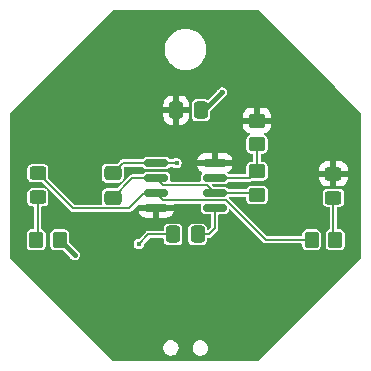
<source format=gbr>
%TF.GenerationSoftware,KiCad,Pcbnew,(6.0.2)*%
%TF.CreationDate,2022-04-03T14:16:10+02:00*%
%TF.ProjectId,Blinky,426c696e-6b79-42e6-9b69-6361645f7063,rev?*%
%TF.SameCoordinates,Original*%
%TF.FileFunction,Copper,L1,Top*%
%TF.FilePolarity,Positive*%
%FSLAX46Y46*%
G04 Gerber Fmt 4.6, Leading zero omitted, Abs format (unit mm)*
G04 Created by KiCad (PCBNEW (6.0.2)) date 2022-04-03 14:16:10*
%MOMM*%
%LPD*%
G01*
G04 APERTURE LIST*
G04 Aperture macros list*
%AMRoundRect*
0 Rectangle with rounded corners*
0 $1 Rounding radius*
0 $2 $3 $4 $5 $6 $7 $8 $9 X,Y pos of 4 corners*
0 Add a 4 corners polygon primitive as box body*
4,1,4,$2,$3,$4,$5,$6,$7,$8,$9,$2,$3,0*
0 Add four circle primitives for the rounded corners*
1,1,$1+$1,$2,$3*
1,1,$1+$1,$4,$5*
1,1,$1+$1,$6,$7*
1,1,$1+$1,$8,$9*
0 Add four rect primitives between the rounded corners*
20,1,$1+$1,$2,$3,$4,$5,0*
20,1,$1+$1,$4,$5,$6,$7,0*
20,1,$1+$1,$6,$7,$8,$9,0*
20,1,$1+$1,$8,$9,$2,$3,0*%
G04 Aperture macros list end*
%TA.AperFunction,SMDPad,CuDef*%
%ADD10RoundRect,0.250000X0.350000X0.450000X-0.350000X0.450000X-0.350000X-0.450000X0.350000X-0.450000X0*%
%TD*%
%TA.AperFunction,SMDPad,CuDef*%
%ADD11RoundRect,0.250000X0.475000X-0.337500X0.475000X0.337500X-0.475000X0.337500X-0.475000X-0.337500X0*%
%TD*%
%TA.AperFunction,SMDPad,CuDef*%
%ADD12RoundRect,0.250000X0.337500X0.475000X-0.337500X0.475000X-0.337500X-0.475000X0.337500X-0.475000X0*%
%TD*%
%TA.AperFunction,SMDPad,CuDef*%
%ADD13RoundRect,0.250000X-0.450000X0.350000X-0.450000X-0.350000X0.450000X-0.350000X0.450000X0.350000X0*%
%TD*%
%TA.AperFunction,SMDPad,CuDef*%
%ADD14RoundRect,0.250000X-0.350000X-0.450000X0.350000X-0.450000X0.350000X0.450000X-0.350000X0.450000X0*%
%TD*%
%TA.AperFunction,SMDPad,CuDef*%
%ADD15RoundRect,0.250000X-0.337500X-0.475000X0.337500X-0.475000X0.337500X0.475000X-0.337500X0.475000X0*%
%TD*%
%TA.AperFunction,SMDPad,CuDef*%
%ADD16RoundRect,0.250000X0.450000X-0.325000X0.450000X0.325000X-0.450000X0.325000X-0.450000X-0.325000X0*%
%TD*%
%TA.AperFunction,SMDPad,CuDef*%
%ADD17RoundRect,0.150000X-0.825000X-0.150000X0.825000X-0.150000X0.825000X0.150000X-0.825000X0.150000X0*%
%TD*%
%TA.AperFunction,ViaPad*%
%ADD18C,0.400000*%
%TD*%
%TA.AperFunction,Conductor*%
%ADD19C,0.200000*%
%TD*%
%TA.AperFunction,Conductor*%
%ADD20C,0.400000*%
%TD*%
G04 APERTURE END LIST*
D10*
%TO.P,R3,1*%
%TO.N,Net-(D1-Pad1)*%
X205710000Y-58290000D03*
%TO.P,R3,2*%
%TO.N,Net-(D2-Pad2)*%
X203710000Y-58290000D03*
%TD*%
D11*
%TO.P,C1,1*%
%TO.N,Net-(C1-Pad1)*%
X186870000Y-54732500D03*
%TO.P,C1,2*%
%TO.N,GND*%
X186870000Y-52657500D03*
%TD*%
D12*
%TO.P,C3,1*%
%TO.N,Net-(C3-Pad1)*%
X194057500Y-57840000D03*
%TO.P,C3,2*%
%TO.N,GND*%
X191982500Y-57840000D03*
%TD*%
D13*
%TO.P,R1,1*%
%TO.N,/VCC*%
X199090000Y-48200000D03*
%TO.P,R1,2*%
%TO.N,Net-(R1-Pad2)*%
X199090000Y-50200000D03*
%TD*%
D14*
%TO.P,R4,1*%
%TO.N,Net-(D2-Pad1)*%
X180390000Y-58290000D03*
%TO.P,R4,2*%
%TO.N,GND*%
X182390000Y-58290000D03*
%TD*%
D15*
%TO.P,C2,1*%
%TO.N,/VCC*%
X192262500Y-47320000D03*
%TO.P,C2,2*%
%TO.N,GND*%
X194337500Y-47320000D03*
%TD*%
D16*
%TO.P,D2,1,K*%
%TO.N,Net-(D2-Pad1)*%
X180535000Y-54697500D03*
%TO.P,D2,2,A*%
%TO.N,Net-(D2-Pad2)*%
X180535000Y-52647500D03*
%TD*%
D17*
%TO.P,U1,1,GND*%
%TO.N,GND*%
X190575000Y-51790000D03*
%TO.P,U1,2,TR*%
%TO.N,Net-(C1-Pad1)*%
X190575000Y-53060000D03*
%TO.P,U1,3,OUT*%
%TO.N,Net-(D2-Pad2)*%
X190575000Y-54330000D03*
%TO.P,U1,4,RESET*%
%TO.N,/VCC*%
X190575000Y-55600000D03*
%TO.P,U1,5,CNT*%
%TO.N,Net-(C3-Pad1)*%
X195525000Y-55600000D03*
%TO.P,U1,6,THR*%
%TO.N,Net-(C1-Pad1)*%
X195525000Y-54330000D03*
%TO.P,U1,7,DIS*%
%TO.N,Net-(R1-Pad2)*%
X195525000Y-53060000D03*
%TO.P,U1,8,Vdd*%
%TO.N,/VCC*%
X195525000Y-51790000D03*
%TD*%
D13*
%TO.P,R2,1*%
%TO.N,Net-(R1-Pad2)*%
X199090000Y-52500000D03*
%TO.P,R2,2*%
%TO.N,Net-(C1-Pad1)*%
X199090000Y-54500000D03*
%TD*%
D16*
%TO.P,D1,1,K*%
%TO.N,Net-(D1-Pad1)*%
X205565000Y-54742500D03*
%TO.P,D1,2,A*%
%TO.N,/VCC*%
X205565000Y-52692500D03*
%TD*%
D18*
%TO.N,GND*%
X189080000Y-58650000D03*
X192280000Y-51810000D03*
X183670000Y-59570000D03*
X196140000Y-45820000D03*
%TO.N,/VCC*%
X188440000Y-63340000D03*
%TD*%
D19*
%TO.N,GND*%
X191982500Y-57840000D02*
X189890000Y-57840000D01*
D20*
X194337500Y-47320000D02*
X194640000Y-47320000D01*
D19*
X192260000Y-51790000D02*
X192280000Y-51810000D01*
D20*
X194640000Y-47320000D02*
X196140000Y-45820000D01*
X182390000Y-58290000D02*
X183670000Y-59570000D01*
D19*
X187737500Y-51790000D02*
X190575000Y-51790000D01*
X189890000Y-57840000D02*
X189080000Y-58650000D01*
X190575000Y-51790000D02*
X192260000Y-51790000D01*
X186870000Y-52657500D02*
X187737500Y-51790000D01*
%TO.N,Net-(C1-Pad1)*%
X190575000Y-53060000D02*
X188542500Y-53060000D01*
X198920000Y-54330000D02*
X199090000Y-54500000D01*
X190575000Y-53060000D02*
X191174520Y-53659520D01*
X194854520Y-53659520D02*
X195525000Y-54330000D01*
X188542500Y-53060000D02*
X186870000Y-54732500D01*
X191174520Y-53659520D02*
X194854520Y-53659520D01*
X195525000Y-54330000D02*
X198920000Y-54330000D01*
%TO.N,Net-(C3-Pad1)*%
X195525000Y-57315000D02*
X195525000Y-55600000D01*
X194057500Y-57840000D02*
X195000000Y-57840000D01*
X195000000Y-57840000D02*
X195525000Y-57315000D01*
%TO.N,Net-(D1-Pad1)*%
X205565000Y-54742500D02*
X205565000Y-58145000D01*
X205565000Y-58145000D02*
X205710000Y-58290000D01*
%TO.N,Net-(D2-Pad1)*%
X180535000Y-58145000D02*
X180535000Y-54697500D01*
X180390000Y-58290000D02*
X180535000Y-58145000D01*
%TO.N,Net-(D2-Pad2)*%
X203710000Y-58290000D02*
X199825717Y-58290000D01*
X196465717Y-54930000D02*
X191175000Y-54930000D01*
X183507020Y-55619520D02*
X188270480Y-55619520D01*
X188270480Y-55619520D02*
X189560000Y-54330000D01*
X189560000Y-54330000D02*
X190575000Y-54330000D01*
X199825717Y-58290000D02*
X196465717Y-54930000D01*
X191175000Y-54930000D02*
X190575000Y-54330000D01*
X180535000Y-52647500D02*
X183507020Y-55619520D01*
%TO.N,Net-(R1-Pad2)*%
X199090000Y-50200000D02*
X199090000Y-52500000D01*
X198530000Y-53060000D02*
X195525000Y-53060000D01*
X199090000Y-52500000D02*
X198530000Y-53060000D01*
%TD*%
%TA.AperFunction,Conductor*%
%TO.N,/VCC*%
G36*
X199263836Y-38854993D02*
G01*
X199268757Y-38859512D01*
X205805830Y-45418972D01*
X207895665Y-47515964D01*
X207917325Y-47562621D01*
X207917600Y-47569047D01*
X207917600Y-59810725D01*
X207900007Y-59859063D01*
X207895574Y-59863899D01*
X199228900Y-68530574D01*
X199182280Y-68552314D01*
X199175726Y-68552600D01*
X186924275Y-68552600D01*
X186875937Y-68535007D01*
X186871101Y-68530574D01*
X185743757Y-67403230D01*
X191145624Y-67403230D01*
X191155944Y-67567260D01*
X191157405Y-67571756D01*
X191205271Y-67719076D01*
X191205273Y-67719079D01*
X191206732Y-67723571D01*
X191294798Y-67862340D01*
X191414607Y-67974848D01*
X191418756Y-67977129D01*
X191554484Y-68051747D01*
X191554487Y-68051748D01*
X191558632Y-68054027D01*
X191563217Y-68055204D01*
X191563219Y-68055205D01*
X191638227Y-68074463D01*
X191717823Y-68094900D01*
X191840925Y-68094900D01*
X191850250Y-68093722D01*
X191958366Y-68080064D01*
X191958368Y-68080063D01*
X191963058Y-68079471D01*
X191967454Y-68077731D01*
X191967456Y-68077730D01*
X192111472Y-68020710D01*
X192111474Y-68020709D01*
X192115871Y-68018968D01*
X192248837Y-67922363D01*
X192353600Y-67795726D01*
X192423579Y-67647013D01*
X192454376Y-67485570D01*
X192449196Y-67403230D01*
X193645624Y-67403230D01*
X193655944Y-67567260D01*
X193657405Y-67571756D01*
X193705271Y-67719076D01*
X193705273Y-67719079D01*
X193706732Y-67723571D01*
X193794798Y-67862340D01*
X193914607Y-67974848D01*
X193918756Y-67977129D01*
X194054484Y-68051747D01*
X194054487Y-68051748D01*
X194058632Y-68054027D01*
X194063217Y-68055204D01*
X194063219Y-68055205D01*
X194138227Y-68074463D01*
X194217823Y-68094900D01*
X194340925Y-68094900D01*
X194350250Y-68093722D01*
X194458366Y-68080064D01*
X194458368Y-68080063D01*
X194463058Y-68079471D01*
X194467454Y-68077731D01*
X194467456Y-68077730D01*
X194611472Y-68020710D01*
X194611474Y-68020709D01*
X194615871Y-68018968D01*
X194748837Y-67922363D01*
X194853600Y-67795726D01*
X194923579Y-67647013D01*
X194954376Y-67485570D01*
X194944056Y-67321540D01*
X194930147Y-67278732D01*
X194894729Y-67169724D01*
X194894727Y-67169721D01*
X194893268Y-67165229D01*
X194805202Y-67026460D01*
X194685393Y-66913952D01*
X194681244Y-66911671D01*
X194545516Y-66837053D01*
X194545513Y-66837052D01*
X194541368Y-66834773D01*
X194536783Y-66833596D01*
X194536781Y-66833595D01*
X194439960Y-66808736D01*
X194382177Y-66793900D01*
X194259075Y-66793900D01*
X194256724Y-66794197D01*
X194141634Y-66808736D01*
X194141632Y-66808737D01*
X194136942Y-66809329D01*
X194132546Y-66811069D01*
X194132544Y-66811070D01*
X193988528Y-66868090D01*
X193988526Y-66868091D01*
X193984129Y-66869832D01*
X193851163Y-66966437D01*
X193746400Y-67093074D01*
X193676421Y-67241787D01*
X193645624Y-67403230D01*
X192449196Y-67403230D01*
X192444056Y-67321540D01*
X192430147Y-67278732D01*
X192394729Y-67169724D01*
X192394727Y-67169721D01*
X192393268Y-67165229D01*
X192305202Y-67026460D01*
X192185393Y-66913952D01*
X192181244Y-66911671D01*
X192045516Y-66837053D01*
X192045513Y-66837052D01*
X192041368Y-66834773D01*
X192036783Y-66833596D01*
X192036781Y-66833595D01*
X191939960Y-66808736D01*
X191882177Y-66793900D01*
X191759075Y-66793900D01*
X191756724Y-66794197D01*
X191641634Y-66808736D01*
X191641632Y-66808737D01*
X191636942Y-66809329D01*
X191632546Y-66811069D01*
X191632544Y-66811070D01*
X191488528Y-66868090D01*
X191488526Y-66868091D01*
X191484129Y-66869832D01*
X191351163Y-66966437D01*
X191246400Y-67093074D01*
X191176421Y-67241787D01*
X191145624Y-67403230D01*
X185743757Y-67403230D01*
X178204426Y-59863900D01*
X178182686Y-59817280D01*
X178182400Y-59810726D01*
X178182400Y-58793834D01*
X179589500Y-58793834D01*
X179592481Y-58825369D01*
X179637366Y-58953184D01*
X179717850Y-59062150D01*
X179826816Y-59142634D01*
X179954631Y-59187519D01*
X179959194Y-59187950D01*
X179959197Y-59187951D01*
X179984406Y-59190334D01*
X179984414Y-59190334D01*
X179986166Y-59190500D01*
X180793834Y-59190500D01*
X180795586Y-59190334D01*
X180795594Y-59190334D01*
X180820803Y-59187951D01*
X180820806Y-59187950D01*
X180825369Y-59187519D01*
X180953184Y-59142634D01*
X181062150Y-59062150D01*
X181142634Y-58953184D01*
X181187519Y-58825369D01*
X181190500Y-58793834D01*
X181589500Y-58793834D01*
X181592481Y-58825369D01*
X181637366Y-58953184D01*
X181717850Y-59062150D01*
X181826816Y-59142634D01*
X181954631Y-59187519D01*
X181959194Y-59187950D01*
X181959197Y-59187951D01*
X181984406Y-59190334D01*
X181984414Y-59190334D01*
X181986166Y-59190500D01*
X182692959Y-59190500D01*
X182741297Y-59208093D01*
X182746133Y-59212526D01*
X183255153Y-59721545D01*
X183270811Y-59744433D01*
X183296385Y-59802555D01*
X183376673Y-59898068D01*
X183381132Y-59901036D01*
X183381133Y-59901037D01*
X183448432Y-59945835D01*
X183480541Y-59967209D01*
X183485653Y-59968806D01*
X183485655Y-59968807D01*
X183533927Y-59983888D01*
X183599640Y-60004418D01*
X183662017Y-60005561D01*
X183719038Y-60006606D01*
X183719039Y-60006606D01*
X183724394Y-60006704D01*
X183844776Y-59973885D01*
X183951108Y-59908597D01*
X183954700Y-59904629D01*
X183954702Y-59904627D01*
X183995944Y-59859063D01*
X184034842Y-59816089D01*
X184089246Y-59703799D01*
X184109948Y-59580752D01*
X184110079Y-59570000D01*
X184102624Y-59517941D01*
X184093150Y-59451787D01*
X184093149Y-59451783D01*
X184092390Y-59446484D01*
X184040746Y-59332898D01*
X183959297Y-59238373D01*
X183854592Y-59170506D01*
X183847544Y-59168398D01*
X183845231Y-59167018D01*
X183844597Y-59166725D01*
X183844628Y-59166658D01*
X183815918Y-59149526D01*
X183311017Y-58644624D01*
X188639954Y-58644624D01*
X188640648Y-58649932D01*
X188640648Y-58649934D01*
X188642710Y-58665700D01*
X188656132Y-58768346D01*
X188706385Y-58882555D01*
X188709830Y-58886653D01*
X188709831Y-58886655D01*
X188761295Y-58947878D01*
X188786673Y-58978068D01*
X188890541Y-59047209D01*
X188895653Y-59048806D01*
X188895655Y-59048807D01*
X188923903Y-59057632D01*
X189009640Y-59084418D01*
X189072017Y-59085561D01*
X189129038Y-59086606D01*
X189129039Y-59086606D01*
X189134394Y-59086704D01*
X189254776Y-59053885D01*
X189361108Y-58988597D01*
X189364700Y-58984629D01*
X189364702Y-58984627D01*
X189399874Y-58945769D01*
X189444842Y-58896089D01*
X189499246Y-58783799D01*
X189519948Y-58660752D01*
X189519963Y-58659559D01*
X189541524Y-58613447D01*
X189992445Y-58162526D01*
X190039065Y-58140786D01*
X190045619Y-58140500D01*
X191119300Y-58140500D01*
X191167638Y-58158093D01*
X191193358Y-58202642D01*
X191194500Y-58215700D01*
X191194500Y-58368834D01*
X191197481Y-58400369D01*
X191242366Y-58528184D01*
X191322850Y-58637150D01*
X191431816Y-58717634D01*
X191559631Y-58762519D01*
X191564194Y-58762950D01*
X191564197Y-58762951D01*
X191589406Y-58765334D01*
X191589414Y-58765334D01*
X191591166Y-58765500D01*
X192373834Y-58765500D01*
X192375586Y-58765334D01*
X192375594Y-58765334D01*
X192400803Y-58762951D01*
X192400806Y-58762950D01*
X192405369Y-58762519D01*
X192533184Y-58717634D01*
X192642150Y-58637150D01*
X192722634Y-58528184D01*
X192767519Y-58400369D01*
X192770500Y-58368834D01*
X192770500Y-57311166D01*
X192770334Y-57309406D01*
X192767951Y-57284197D01*
X192767950Y-57284194D01*
X192767519Y-57279631D01*
X192722634Y-57151816D01*
X192642150Y-57042850D01*
X192533184Y-56962366D01*
X192405369Y-56917481D01*
X192400806Y-56917050D01*
X192400803Y-56917049D01*
X192375594Y-56914666D01*
X192375586Y-56914666D01*
X192373834Y-56914500D01*
X191591166Y-56914500D01*
X191589414Y-56914666D01*
X191589406Y-56914666D01*
X191564197Y-56917049D01*
X191564194Y-56917050D01*
X191559631Y-56917481D01*
X191431816Y-56962366D01*
X191322850Y-57042850D01*
X191242366Y-57151816D01*
X191197481Y-57279631D01*
X191197050Y-57284194D01*
X191197049Y-57284197D01*
X191194666Y-57309406D01*
X191194500Y-57311166D01*
X191194500Y-57464300D01*
X191176907Y-57512638D01*
X191132358Y-57538358D01*
X191119300Y-57539500D01*
X189944516Y-57539500D01*
X189939109Y-57539103D01*
X189934658Y-57537575D01*
X189884786Y-57539447D01*
X189881965Y-57539500D01*
X189862052Y-57539500D01*
X189858656Y-57540132D01*
X189855309Y-57540441D01*
X189851225Y-57540706D01*
X189829730Y-57541513D01*
X189829727Y-57541514D01*
X189822792Y-57541774D01*
X189809779Y-57547365D01*
X189793868Y-57552198D01*
X189779947Y-57554791D01*
X189774036Y-57558435D01*
X189774035Y-57558435D01*
X189755784Y-57569684D01*
X189746012Y-57574760D01*
X189724823Y-57583864D01*
X189724819Y-57583867D01*
X189719937Y-57585964D01*
X189715051Y-57589978D01*
X189708721Y-57596308D01*
X189695007Y-57607149D01*
X189690563Y-57609888D01*
X189690562Y-57609889D01*
X189684652Y-57613532D01*
X189666002Y-57638058D01*
X189659324Y-57645705D01*
X189112823Y-58192206D01*
X189066203Y-58213946D01*
X189059191Y-58214231D01*
X189020274Y-58213993D01*
X188900302Y-58248281D01*
X188794776Y-58314863D01*
X188791231Y-58318876D01*
X188791232Y-58318876D01*
X188715725Y-58404371D01*
X188715723Y-58404374D01*
X188712179Y-58408387D01*
X188686100Y-58463933D01*
X188665324Y-58508184D01*
X188659150Y-58521333D01*
X188639954Y-58644624D01*
X183311017Y-58644624D01*
X183212526Y-58546133D01*
X183190786Y-58499513D01*
X183190500Y-58492959D01*
X183190500Y-57786166D01*
X183187519Y-57754631D01*
X183142634Y-57626816D01*
X183062150Y-57517850D01*
X182953184Y-57437366D01*
X182825369Y-57392481D01*
X182820806Y-57392050D01*
X182820803Y-57392049D01*
X182795594Y-57389666D01*
X182795586Y-57389666D01*
X182793834Y-57389500D01*
X181986166Y-57389500D01*
X181984414Y-57389666D01*
X181984406Y-57389666D01*
X181959197Y-57392049D01*
X181959194Y-57392050D01*
X181954631Y-57392481D01*
X181826816Y-57437366D01*
X181717850Y-57517850D01*
X181637366Y-57626816D01*
X181592481Y-57754631D01*
X181589500Y-57786166D01*
X181589500Y-58793834D01*
X181190500Y-58793834D01*
X181190500Y-57786166D01*
X181187519Y-57754631D01*
X181142634Y-57626816D01*
X181062150Y-57517850D01*
X180953184Y-57437366D01*
X180909953Y-57422185D01*
X180885784Y-57413697D01*
X180846006Y-57381082D01*
X180835500Y-57342745D01*
X180835500Y-55548200D01*
X180853093Y-55499862D01*
X180897642Y-55474142D01*
X180910700Y-55473000D01*
X181038834Y-55473000D01*
X181040586Y-55472834D01*
X181040594Y-55472834D01*
X181065803Y-55470451D01*
X181065806Y-55470450D01*
X181070369Y-55470019D01*
X181198184Y-55425134D01*
X181307150Y-55344650D01*
X181387634Y-55235684D01*
X181432519Y-55107869D01*
X181435500Y-55076334D01*
X181435500Y-54318666D01*
X181432519Y-54287131D01*
X181387634Y-54159316D01*
X181323500Y-54072486D01*
X181314837Y-54043146D01*
X181297911Y-54041665D01*
X181285014Y-54034000D01*
X181284158Y-54033368D01*
X181198184Y-53969866D01*
X181070369Y-53924981D01*
X181065806Y-53924550D01*
X181065803Y-53924549D01*
X181040594Y-53922166D01*
X181040586Y-53922166D01*
X181038834Y-53922000D01*
X180031166Y-53922000D01*
X180029414Y-53922166D01*
X180029406Y-53922166D01*
X180004197Y-53924549D01*
X180004194Y-53924550D01*
X179999631Y-53924981D01*
X179871816Y-53969866D01*
X179762850Y-54050350D01*
X179682366Y-54159316D01*
X179637481Y-54287131D01*
X179634500Y-54318666D01*
X179634500Y-55076334D01*
X179637481Y-55107869D01*
X179682366Y-55235684D01*
X179762850Y-55344650D01*
X179871816Y-55425134D01*
X179999631Y-55470019D01*
X180004194Y-55470450D01*
X180004197Y-55470451D01*
X180029406Y-55472834D01*
X180029414Y-55472834D01*
X180031166Y-55473000D01*
X180159300Y-55473000D01*
X180207638Y-55490593D01*
X180233358Y-55535142D01*
X180234500Y-55548200D01*
X180234500Y-57314300D01*
X180216907Y-57362638D01*
X180172358Y-57388358D01*
X180159300Y-57389500D01*
X179986166Y-57389500D01*
X179984414Y-57389666D01*
X179984406Y-57389666D01*
X179959197Y-57392049D01*
X179959194Y-57392050D01*
X179954631Y-57392481D01*
X179826816Y-57437366D01*
X179717850Y-57517850D01*
X179637366Y-57626816D01*
X179592481Y-57754631D01*
X179589500Y-57786166D01*
X179589500Y-58793834D01*
X178182400Y-58793834D01*
X178182400Y-53026334D01*
X179634500Y-53026334D01*
X179637481Y-53057869D01*
X179682366Y-53185684D01*
X179762850Y-53294650D01*
X179871816Y-53375134D01*
X179999631Y-53420019D01*
X180004194Y-53420450D01*
X180004197Y-53420451D01*
X180029406Y-53422834D01*
X180029414Y-53422834D01*
X180031166Y-53423000D01*
X180854381Y-53423000D01*
X180902719Y-53440593D01*
X180907555Y-53445026D01*
X181382866Y-53920337D01*
X181400998Y-53959219D01*
X181425549Y-53965136D01*
X181437163Y-53974634D01*
X183255982Y-55793453D01*
X183259528Y-55797561D01*
X183261595Y-55801789D01*
X183266684Y-55806510D01*
X183266685Y-55806511D01*
X183298201Y-55835746D01*
X183300233Y-55837704D01*
X183314297Y-55851768D01*
X183317149Y-55853725D01*
X183319723Y-55855864D01*
X183322798Y-55858564D01*
X183323471Y-55859188D01*
X183343666Y-55877921D01*
X183350112Y-55880493D01*
X183350114Y-55880494D01*
X183356815Y-55883167D01*
X183371488Y-55891001D01*
X183383166Y-55899012D01*
X183410783Y-55905566D01*
X183421275Y-55908884D01*
X183447642Y-55919403D01*
X183453935Y-55920020D01*
X183462890Y-55920020D01*
X183480253Y-55922052D01*
X183492086Y-55924860D01*
X183498964Y-55923924D01*
X183498965Y-55923924D01*
X183522602Y-55920707D01*
X183532743Y-55920020D01*
X188215964Y-55920020D01*
X188221371Y-55920417D01*
X188225822Y-55921945D01*
X188275694Y-55920073D01*
X188278515Y-55920020D01*
X188298428Y-55920020D01*
X188301824Y-55919388D01*
X188305171Y-55919079D01*
X188309255Y-55918814D01*
X188330750Y-55918007D01*
X188330753Y-55918006D01*
X188337688Y-55917746D01*
X188350701Y-55912155D01*
X188366611Y-55907322D01*
X188369199Y-55906840D01*
X188380533Y-55904729D01*
X188386445Y-55901085D01*
X188404696Y-55889836D01*
X188414468Y-55884760D01*
X188435657Y-55875656D01*
X188435661Y-55875653D01*
X188440543Y-55873556D01*
X188445429Y-55869542D01*
X188451759Y-55863212D01*
X188456849Y-55859188D01*
X189097248Y-55859188D01*
X189097416Y-55862291D01*
X189139998Y-56008858D01*
X189143726Y-56017471D01*
X189223536Y-56152425D01*
X189229294Y-56159847D01*
X189340153Y-56270706D01*
X189347575Y-56276464D01*
X189482529Y-56356274D01*
X189491142Y-56360002D01*
X189642555Y-56403992D01*
X189650083Y-56405367D01*
X189682065Y-56407884D01*
X189685023Y-56408000D01*
X190307741Y-56408000D01*
X190317898Y-56404303D01*
X190321000Y-56398931D01*
X190321000Y-56394740D01*
X190829000Y-56394740D01*
X190832697Y-56404897D01*
X190838069Y-56407999D01*
X191464975Y-56407999D01*
X191467938Y-56407882D01*
X191499919Y-56405367D01*
X191507442Y-56403993D01*
X191658858Y-56360002D01*
X191667471Y-56356274D01*
X191802425Y-56276464D01*
X191809847Y-56270706D01*
X191920706Y-56159847D01*
X191926464Y-56152425D01*
X192006274Y-56017471D01*
X192010002Y-56008858D01*
X192051293Y-55866734D01*
X192050577Y-55855946D01*
X192049385Y-55854704D01*
X192046360Y-55854000D01*
X190842259Y-55854000D01*
X190832102Y-55857697D01*
X190829000Y-55863069D01*
X190829000Y-56394740D01*
X190321000Y-56394740D01*
X190321000Y-55867259D01*
X190317303Y-55857102D01*
X190311931Y-55854000D01*
X189108266Y-55854000D01*
X189098109Y-55857697D01*
X189097248Y-55859188D01*
X188456849Y-55859188D01*
X188465473Y-55852371D01*
X188469917Y-55849632D01*
X188469918Y-55849631D01*
X188475828Y-55845988D01*
X188494478Y-55821462D01*
X188501156Y-55813815D01*
X188982217Y-55332754D01*
X189028837Y-55311014D01*
X189078524Y-55324328D01*
X189089669Y-55333881D01*
X189100615Y-55345296D01*
X189103640Y-55346000D01*
X192041734Y-55346000D01*
X192051891Y-55342303D01*
X192052752Y-55340812D01*
X192052584Y-55337709D01*
X192049380Y-55326681D01*
X192052789Y-55275354D01*
X192088392Y-55238227D01*
X192121594Y-55230500D01*
X194296673Y-55230500D01*
X194345011Y-55248093D01*
X194370731Y-55292642D01*
X194364233Y-55338725D01*
X194362026Y-55343239D01*
X194362025Y-55343244D01*
X194359464Y-55348482D01*
X194349500Y-55416782D01*
X194349500Y-55783218D01*
X194349900Y-55785933D01*
X194349900Y-55785937D01*
X194352234Y-55801789D01*
X194359642Y-55852112D01*
X194362217Y-55857356D01*
X194362217Y-55857357D01*
X194394900Y-55923924D01*
X194411068Y-55956855D01*
X194415462Y-55961242D01*
X194415464Y-55961244D01*
X194452165Y-55997880D01*
X194493650Y-56039293D01*
X194499234Y-56042022D01*
X194499236Y-56042024D01*
X194572419Y-56077796D01*
X194598482Y-56090536D01*
X194634846Y-56095841D01*
X194664079Y-56100106D01*
X194664083Y-56100106D01*
X194666782Y-56100500D01*
X195149300Y-56100500D01*
X195197638Y-56118093D01*
X195223358Y-56162642D01*
X195224500Y-56175700D01*
X195224500Y-57159381D01*
X195206907Y-57207719D01*
X195202474Y-57212555D01*
X194973874Y-57441155D01*
X194927254Y-57462895D01*
X194877567Y-57449581D01*
X194848062Y-57407444D01*
X194845500Y-57387981D01*
X194845500Y-57311166D01*
X194845334Y-57309406D01*
X194842951Y-57284197D01*
X194842950Y-57284194D01*
X194842519Y-57279631D01*
X194797634Y-57151816D01*
X194717150Y-57042850D01*
X194608184Y-56962366D01*
X194480369Y-56917481D01*
X194475806Y-56917050D01*
X194475803Y-56917049D01*
X194450594Y-56914666D01*
X194450586Y-56914666D01*
X194448834Y-56914500D01*
X193666166Y-56914500D01*
X193664414Y-56914666D01*
X193664406Y-56914666D01*
X193639197Y-56917049D01*
X193639194Y-56917050D01*
X193634631Y-56917481D01*
X193506816Y-56962366D01*
X193397850Y-57042850D01*
X193317366Y-57151816D01*
X193272481Y-57279631D01*
X193272050Y-57284194D01*
X193272049Y-57284197D01*
X193269666Y-57309406D01*
X193269500Y-57311166D01*
X193269500Y-58368834D01*
X193272481Y-58400369D01*
X193317366Y-58528184D01*
X193397850Y-58637150D01*
X193506816Y-58717634D01*
X193634631Y-58762519D01*
X193639194Y-58762950D01*
X193639197Y-58762951D01*
X193664406Y-58765334D01*
X193664414Y-58765334D01*
X193666166Y-58765500D01*
X194448834Y-58765500D01*
X194450586Y-58765334D01*
X194450594Y-58765334D01*
X194475803Y-58762951D01*
X194475806Y-58762950D01*
X194480369Y-58762519D01*
X194608184Y-58717634D01*
X194717150Y-58637150D01*
X194797634Y-58528184D01*
X194842519Y-58400369D01*
X194845500Y-58368834D01*
X194845500Y-58215700D01*
X194863093Y-58167362D01*
X194907642Y-58141642D01*
X194920700Y-58140500D01*
X194945484Y-58140500D01*
X194950891Y-58140897D01*
X194955342Y-58142425D01*
X195005214Y-58140553D01*
X195008035Y-58140500D01*
X195027948Y-58140500D01*
X195031344Y-58139868D01*
X195034691Y-58139559D01*
X195038775Y-58139294D01*
X195060270Y-58138487D01*
X195060273Y-58138486D01*
X195067208Y-58138226D01*
X195080221Y-58132635D01*
X195096131Y-58127802D01*
X195098502Y-58127360D01*
X195110053Y-58125209D01*
X195115965Y-58121565D01*
X195134216Y-58110316D01*
X195143988Y-58105240D01*
X195165177Y-58096136D01*
X195165181Y-58096133D01*
X195170063Y-58094036D01*
X195174949Y-58090022D01*
X195181279Y-58083692D01*
X195194993Y-58072851D01*
X195199437Y-58070112D01*
X195199438Y-58070111D01*
X195205348Y-58066468D01*
X195223998Y-58041942D01*
X195230676Y-58034295D01*
X195698933Y-57566038D01*
X195703041Y-57562492D01*
X195707269Y-57560425D01*
X195712496Y-57554791D01*
X195741226Y-57523819D01*
X195743184Y-57521787D01*
X195757248Y-57507723D01*
X195759205Y-57504871D01*
X195761344Y-57502297D01*
X195764044Y-57499222D01*
X195778680Y-57483443D01*
X195783401Y-57478354D01*
X195788647Y-57465205D01*
X195796481Y-57450532D01*
X195800565Y-57444578D01*
X195804492Y-57438854D01*
X195811046Y-57411237D01*
X195814364Y-57400745D01*
X195824883Y-57374378D01*
X195825500Y-57368085D01*
X195825500Y-57359130D01*
X195827532Y-57341766D01*
X195828737Y-57336687D01*
X195830340Y-57329934D01*
X195826187Y-57299418D01*
X195825500Y-57289277D01*
X195825500Y-56175700D01*
X195843093Y-56127362D01*
X195887642Y-56101642D01*
X195900700Y-56100500D01*
X196383218Y-56100500D01*
X196385933Y-56100100D01*
X196385937Y-56100100D01*
X196422269Y-56094751D01*
X196452112Y-56090358D01*
X196457357Y-56087783D01*
X196551279Y-56041670D01*
X196551280Y-56041669D01*
X196556855Y-56038932D01*
X196561242Y-56034538D01*
X196561244Y-56034536D01*
X196597880Y-55997835D01*
X196639293Y-55956350D01*
X196642022Y-55950766D01*
X196642024Y-55950764D01*
X196681726Y-55869542D01*
X196690536Y-55851518D01*
X196697102Y-55806511D01*
X196700106Y-55785921D01*
X196700106Y-55785917D01*
X196700500Y-55783218D01*
X196700500Y-55771302D01*
X196718093Y-55722964D01*
X196762642Y-55697244D01*
X196813300Y-55706177D01*
X196828874Y-55718128D01*
X199574679Y-58463933D01*
X199578225Y-58468041D01*
X199580292Y-58472269D01*
X199585381Y-58476990D01*
X199585382Y-58476991D01*
X199616898Y-58506226D01*
X199618930Y-58508184D01*
X199632994Y-58522248D01*
X199635846Y-58524205D01*
X199638420Y-58526344D01*
X199641495Y-58529044D01*
X199657273Y-58543680D01*
X199657275Y-58543681D01*
X199662363Y-58548401D01*
X199668808Y-58550972D01*
X199668809Y-58550973D01*
X199675512Y-58553647D01*
X199690182Y-58561480D01*
X199696139Y-58565567D01*
X199696141Y-58565568D01*
X199701863Y-58569493D01*
X199727656Y-58575614D01*
X199729481Y-58576047D01*
X199739980Y-58579368D01*
X199761404Y-58587915D01*
X199761409Y-58587916D01*
X199766339Y-58589883D01*
X199772632Y-58590500D01*
X199781587Y-58590500D01*
X199798950Y-58592532D01*
X199810783Y-58595340D01*
X199817661Y-58594404D01*
X199817662Y-58594404D01*
X199841299Y-58591187D01*
X199851440Y-58590500D01*
X202834300Y-58590500D01*
X202882638Y-58608093D01*
X202908358Y-58652642D01*
X202909500Y-58665700D01*
X202909500Y-58793834D01*
X202912481Y-58825369D01*
X202957366Y-58953184D01*
X203037850Y-59062150D01*
X203146816Y-59142634D01*
X203274631Y-59187519D01*
X203279194Y-59187950D01*
X203279197Y-59187951D01*
X203304406Y-59190334D01*
X203304414Y-59190334D01*
X203306166Y-59190500D01*
X204113834Y-59190500D01*
X204115586Y-59190334D01*
X204115594Y-59190334D01*
X204140803Y-59187951D01*
X204140806Y-59187950D01*
X204145369Y-59187519D01*
X204273184Y-59142634D01*
X204382150Y-59062150D01*
X204462634Y-58953184D01*
X204507519Y-58825369D01*
X204510500Y-58793834D01*
X204510500Y-57786166D01*
X204507519Y-57754631D01*
X204462634Y-57626816D01*
X204382150Y-57517850D01*
X204273184Y-57437366D01*
X204145369Y-57392481D01*
X204140806Y-57392050D01*
X204140803Y-57392049D01*
X204115594Y-57389666D01*
X204115586Y-57389666D01*
X204113834Y-57389500D01*
X203306166Y-57389500D01*
X203304414Y-57389666D01*
X203304406Y-57389666D01*
X203279197Y-57392049D01*
X203279194Y-57392050D01*
X203274631Y-57392481D01*
X203146816Y-57437366D01*
X203037850Y-57517850D01*
X202957366Y-57626816D01*
X202912481Y-57754631D01*
X202909500Y-57786166D01*
X202909500Y-57914300D01*
X202891907Y-57962638D01*
X202847358Y-57988358D01*
X202834300Y-57989500D01*
X199981337Y-57989500D01*
X199932999Y-57971907D01*
X199928163Y-57967474D01*
X196719562Y-54758874D01*
X196697822Y-54712254D01*
X196711136Y-54662567D01*
X196753273Y-54633062D01*
X196772736Y-54630500D01*
X198114300Y-54630500D01*
X198162638Y-54648093D01*
X198188358Y-54692642D01*
X198189500Y-54705700D01*
X198189500Y-54903834D01*
X198192481Y-54935369D01*
X198237366Y-55063184D01*
X198317850Y-55172150D01*
X198426816Y-55252634D01*
X198554631Y-55297519D01*
X198559194Y-55297950D01*
X198559197Y-55297951D01*
X198584406Y-55300334D01*
X198584414Y-55300334D01*
X198586166Y-55300500D01*
X199593834Y-55300500D01*
X199595586Y-55300334D01*
X199595594Y-55300334D01*
X199620803Y-55297951D01*
X199620806Y-55297950D01*
X199625369Y-55297519D01*
X199753184Y-55252634D01*
X199862150Y-55172150D01*
X199899683Y-55121334D01*
X204664500Y-55121334D01*
X204664666Y-55123086D01*
X204664666Y-55123094D01*
X204666943Y-55147175D01*
X204667481Y-55152869D01*
X204712366Y-55280684D01*
X204792850Y-55389650D01*
X204901816Y-55470134D01*
X205029631Y-55515019D01*
X205034194Y-55515450D01*
X205034197Y-55515451D01*
X205059406Y-55517834D01*
X205059414Y-55517834D01*
X205061166Y-55518000D01*
X205189300Y-55518000D01*
X205237638Y-55535593D01*
X205263358Y-55580142D01*
X205264500Y-55593200D01*
X205264500Y-57342745D01*
X205246907Y-57391083D01*
X205214216Y-57413697D01*
X205190047Y-57422185D01*
X205146816Y-57437366D01*
X205037850Y-57517850D01*
X204957366Y-57626816D01*
X204912481Y-57754631D01*
X204909500Y-57786166D01*
X204909500Y-58793834D01*
X204912481Y-58825369D01*
X204957366Y-58953184D01*
X205037850Y-59062150D01*
X205146816Y-59142634D01*
X205274631Y-59187519D01*
X205279194Y-59187950D01*
X205279197Y-59187951D01*
X205304406Y-59190334D01*
X205304414Y-59190334D01*
X205306166Y-59190500D01*
X206113834Y-59190500D01*
X206115586Y-59190334D01*
X206115594Y-59190334D01*
X206140803Y-59187951D01*
X206140806Y-59187950D01*
X206145369Y-59187519D01*
X206273184Y-59142634D01*
X206382150Y-59062150D01*
X206462634Y-58953184D01*
X206507519Y-58825369D01*
X206510500Y-58793834D01*
X206510500Y-57786166D01*
X206507519Y-57754631D01*
X206462634Y-57626816D01*
X206382150Y-57517850D01*
X206273184Y-57437366D01*
X206145369Y-57392481D01*
X206140806Y-57392050D01*
X206140803Y-57392049D01*
X206115594Y-57389666D01*
X206115586Y-57389666D01*
X206113834Y-57389500D01*
X205940700Y-57389500D01*
X205892362Y-57371907D01*
X205866642Y-57327358D01*
X205865500Y-57314300D01*
X205865500Y-55593200D01*
X205883093Y-55544862D01*
X205927642Y-55519142D01*
X205940700Y-55518000D01*
X206068834Y-55518000D01*
X206070586Y-55517834D01*
X206070594Y-55517834D01*
X206095803Y-55515451D01*
X206095806Y-55515450D01*
X206100369Y-55515019D01*
X206228184Y-55470134D01*
X206337150Y-55389650D01*
X206417634Y-55280684D01*
X206462519Y-55152869D01*
X206463058Y-55147175D01*
X206465334Y-55123094D01*
X206465334Y-55123086D01*
X206465500Y-55121334D01*
X206465500Y-54363666D01*
X206462519Y-54332131D01*
X206417634Y-54204316D01*
X206337150Y-54095350D01*
X206228184Y-54014866D01*
X206100369Y-53969981D01*
X206095806Y-53969550D01*
X206095803Y-53969549D01*
X206070594Y-53967166D01*
X206070586Y-53967166D01*
X206068834Y-53967000D01*
X205061166Y-53967000D01*
X205059414Y-53967166D01*
X205059406Y-53967166D01*
X205034197Y-53969549D01*
X205034194Y-53969550D01*
X205029631Y-53969981D01*
X204901816Y-54014866D01*
X204792850Y-54095350D01*
X204712366Y-54204316D01*
X204667481Y-54332131D01*
X204664500Y-54363666D01*
X204664500Y-55121334D01*
X199899683Y-55121334D01*
X199942634Y-55063184D01*
X199987519Y-54935369D01*
X199990500Y-54903834D01*
X199990500Y-54096166D01*
X199990157Y-54092534D01*
X199987951Y-54069197D01*
X199987950Y-54069194D01*
X199987519Y-54064631D01*
X199942634Y-53936816D01*
X199862150Y-53827850D01*
X199753184Y-53747366D01*
X199625369Y-53702481D01*
X199620806Y-53702050D01*
X199620803Y-53702049D01*
X199595594Y-53699666D01*
X199595586Y-53699666D01*
X199593834Y-53699500D01*
X198586166Y-53699500D01*
X198584414Y-53699666D01*
X198584406Y-53699666D01*
X198559197Y-53702049D01*
X198559194Y-53702050D01*
X198554631Y-53702481D01*
X198426816Y-53747366D01*
X198317850Y-53827850D01*
X198237366Y-53936816D01*
X198225186Y-53971501D01*
X198222476Y-53979217D01*
X198189860Y-54018995D01*
X198151524Y-54029500D01*
X196713454Y-54029500D01*
X196665116Y-54011907D01*
X196645951Y-53987442D01*
X196638932Y-53973145D01*
X196634538Y-53968758D01*
X196634536Y-53968756D01*
X196597835Y-53932120D01*
X196556350Y-53890707D01*
X196550766Y-53887978D01*
X196550764Y-53887976D01*
X196456759Y-53842026D01*
X196456760Y-53842026D01*
X196451518Y-53839464D01*
X196415154Y-53834159D01*
X196385921Y-53829894D01*
X196385917Y-53829894D01*
X196383218Y-53829500D01*
X195480619Y-53829500D01*
X195432281Y-53811907D01*
X195427445Y-53807474D01*
X195308845Y-53688874D01*
X195287105Y-53642254D01*
X195300419Y-53592567D01*
X195342556Y-53563062D01*
X195362019Y-53560500D01*
X196383218Y-53560500D01*
X196385933Y-53560100D01*
X196385937Y-53560100D01*
X196422269Y-53554751D01*
X196452112Y-53550358D01*
X196457357Y-53547783D01*
X196551279Y-53501670D01*
X196551280Y-53501669D01*
X196556855Y-53498932D01*
X196561242Y-53494538D01*
X196561244Y-53494536D01*
X196610194Y-53445500D01*
X196639293Y-53416350D01*
X196642022Y-53410766D01*
X196642024Y-53410764D01*
X196645977Y-53402676D01*
X196683011Y-53366975D01*
X196713538Y-53360500D01*
X198475484Y-53360500D01*
X198480891Y-53360897D01*
X198485342Y-53362425D01*
X198535214Y-53360553D01*
X198538035Y-53360500D01*
X198557948Y-53360500D01*
X198561344Y-53359868D01*
X198564691Y-53359559D01*
X198568775Y-53359294D01*
X198590270Y-53358487D01*
X198590273Y-53358486D01*
X198597208Y-53358226D01*
X198610221Y-53352635D01*
X198626131Y-53347802D01*
X198628502Y-53347360D01*
X198640053Y-53345209D01*
X198653225Y-53337090D01*
X198664216Y-53330316D01*
X198673988Y-53325240D01*
X198695179Y-53316135D01*
X198695182Y-53316133D01*
X198700063Y-53314036D01*
X198703370Y-53311319D01*
X198741953Y-53300500D01*
X199593834Y-53300500D01*
X199595586Y-53300334D01*
X199595594Y-53300334D01*
X199620803Y-53297951D01*
X199620806Y-53297950D01*
X199625369Y-53297519D01*
X199753184Y-53252634D01*
X199862150Y-53172150D01*
X199940612Y-53065922D01*
X204357001Y-53065922D01*
X204357202Y-53069796D01*
X204367543Y-53169468D01*
X204369270Y-53177466D01*
X204422524Y-53337090D01*
X204426205Y-53344948D01*
X204514615Y-53487814D01*
X204520011Y-53494624D01*
X204638920Y-53613327D01*
X204645725Y-53618700D01*
X204788756Y-53706865D01*
X204796623Y-53710534D01*
X204956340Y-53763510D01*
X204964331Y-53765223D01*
X205062719Y-53775303D01*
X205066562Y-53775500D01*
X205297741Y-53775500D01*
X205307898Y-53771803D01*
X205311000Y-53766431D01*
X205311000Y-53762240D01*
X205819000Y-53762240D01*
X205822697Y-53772397D01*
X205828069Y-53775499D01*
X206063422Y-53775499D01*
X206067296Y-53775298D01*
X206166968Y-53764957D01*
X206174966Y-53763230D01*
X206334590Y-53709976D01*
X206342448Y-53706295D01*
X206485314Y-53617885D01*
X206492124Y-53612489D01*
X206610827Y-53493580D01*
X206616200Y-53486775D01*
X206704365Y-53343744D01*
X206708034Y-53335877D01*
X206761010Y-53176160D01*
X206762723Y-53168169D01*
X206772803Y-53069781D01*
X206773000Y-53065938D01*
X206773000Y-52959759D01*
X206769303Y-52949602D01*
X206763931Y-52946500D01*
X205832259Y-52946500D01*
X205822102Y-52950197D01*
X205819000Y-52955569D01*
X205819000Y-53762240D01*
X205311000Y-53762240D01*
X205311000Y-52959759D01*
X205307303Y-52949602D01*
X205301931Y-52946500D01*
X204370260Y-52946500D01*
X204360103Y-52950197D01*
X204357001Y-52955569D01*
X204357001Y-53065922D01*
X199940612Y-53065922D01*
X199942634Y-53063184D01*
X199987519Y-52935369D01*
X199990500Y-52903834D01*
X199990500Y-52425241D01*
X204357000Y-52425241D01*
X204360697Y-52435398D01*
X204366069Y-52438500D01*
X205297741Y-52438500D01*
X205307898Y-52434803D01*
X205311000Y-52429431D01*
X205311000Y-52425241D01*
X205819000Y-52425241D01*
X205822697Y-52435398D01*
X205828069Y-52438500D01*
X206759740Y-52438500D01*
X206769897Y-52434803D01*
X206772999Y-52429431D01*
X206772999Y-52319078D01*
X206772798Y-52315204D01*
X206762457Y-52215532D01*
X206760730Y-52207534D01*
X206707476Y-52047910D01*
X206703795Y-52040052D01*
X206615385Y-51897186D01*
X206609989Y-51890376D01*
X206491080Y-51771673D01*
X206484275Y-51766300D01*
X206341244Y-51678135D01*
X206333377Y-51674466D01*
X206173660Y-51621490D01*
X206165669Y-51619777D01*
X206067281Y-51609697D01*
X206063438Y-51609500D01*
X205832259Y-51609500D01*
X205822102Y-51613197D01*
X205819000Y-51618569D01*
X205819000Y-52425241D01*
X205311000Y-52425241D01*
X205311000Y-51622760D01*
X205307303Y-51612603D01*
X205301931Y-51609501D01*
X205066578Y-51609501D01*
X205062704Y-51609702D01*
X204963032Y-51620043D01*
X204955034Y-51621770D01*
X204795410Y-51675024D01*
X204787552Y-51678705D01*
X204644686Y-51767115D01*
X204637876Y-51772511D01*
X204519173Y-51891420D01*
X204513800Y-51898225D01*
X204425635Y-52041256D01*
X204421966Y-52049123D01*
X204368990Y-52208840D01*
X204367277Y-52216831D01*
X204357197Y-52315219D01*
X204357000Y-52319062D01*
X204357000Y-52425241D01*
X199990500Y-52425241D01*
X199990500Y-52096166D01*
X199990334Y-52094406D01*
X199987951Y-52069197D01*
X199987950Y-52069194D01*
X199987519Y-52064631D01*
X199942634Y-51936816D01*
X199862150Y-51827850D01*
X199753184Y-51747366D01*
X199625369Y-51702481D01*
X199620806Y-51702050D01*
X199620803Y-51702049D01*
X199595594Y-51699666D01*
X199595586Y-51699666D01*
X199593834Y-51699500D01*
X199465700Y-51699500D01*
X199417362Y-51681907D01*
X199391642Y-51637358D01*
X199390500Y-51624300D01*
X199390500Y-51075700D01*
X199408093Y-51027362D01*
X199452642Y-51001642D01*
X199465700Y-51000500D01*
X199593834Y-51000500D01*
X199595586Y-51000334D01*
X199595594Y-51000334D01*
X199620803Y-50997951D01*
X199620806Y-50997950D01*
X199625369Y-50997519D01*
X199753184Y-50952634D01*
X199862150Y-50872150D01*
X199942634Y-50763184D01*
X199987519Y-50635369D01*
X199990500Y-50603834D01*
X199990500Y-49796166D01*
X199987519Y-49764631D01*
X199942634Y-49636816D01*
X199862150Y-49527850D01*
X199753184Y-49447366D01*
X199713059Y-49433275D01*
X199673282Y-49400661D01*
X199663775Y-49350108D01*
X199688987Y-49305270D01*
X199714177Y-49290989D01*
X199859590Y-49242476D01*
X199867448Y-49238795D01*
X200010314Y-49150385D01*
X200017124Y-49144989D01*
X200135827Y-49026080D01*
X200141200Y-49019275D01*
X200229365Y-48876244D01*
X200233034Y-48868377D01*
X200286010Y-48708660D01*
X200287723Y-48700669D01*
X200297803Y-48602281D01*
X200298000Y-48598438D01*
X200298000Y-48467259D01*
X200294303Y-48457102D01*
X200288931Y-48454000D01*
X197895260Y-48454000D01*
X197885103Y-48457697D01*
X197882001Y-48463069D01*
X197882001Y-48598422D01*
X197882202Y-48602296D01*
X197892543Y-48701968D01*
X197894270Y-48709966D01*
X197947524Y-48869590D01*
X197951205Y-48877448D01*
X198039615Y-49020314D01*
X198045011Y-49027124D01*
X198163920Y-49145827D01*
X198170725Y-49151200D01*
X198313756Y-49239365D01*
X198321623Y-49243034D01*
X198465883Y-49290883D01*
X198506223Y-49322799D01*
X198516611Y-49373180D01*
X198492184Y-49418450D01*
X198467124Y-49433211D01*
X198426816Y-49447366D01*
X198317850Y-49527850D01*
X198237366Y-49636816D01*
X198192481Y-49764631D01*
X198189500Y-49796166D01*
X198189500Y-50603834D01*
X198192481Y-50635369D01*
X198237366Y-50763184D01*
X198317850Y-50872150D01*
X198426816Y-50952634D01*
X198554631Y-50997519D01*
X198559194Y-50997950D01*
X198559197Y-50997951D01*
X198584406Y-51000334D01*
X198584414Y-51000334D01*
X198586166Y-51000500D01*
X198714300Y-51000500D01*
X198762638Y-51018093D01*
X198788358Y-51062642D01*
X198789500Y-51075700D01*
X198789500Y-51624300D01*
X198771907Y-51672638D01*
X198727358Y-51698358D01*
X198714300Y-51699500D01*
X198586166Y-51699500D01*
X198584414Y-51699666D01*
X198584406Y-51699666D01*
X198559197Y-51702049D01*
X198559194Y-51702050D01*
X198554631Y-51702481D01*
X198426816Y-51747366D01*
X198317850Y-51827850D01*
X198237366Y-51936816D01*
X198192481Y-52064631D01*
X198192050Y-52069194D01*
X198192049Y-52069197D01*
X198189666Y-52094406D01*
X198189500Y-52096166D01*
X198189500Y-52684300D01*
X198171907Y-52732638D01*
X198127358Y-52758358D01*
X198114300Y-52759500D01*
X196713454Y-52759500D01*
X196665116Y-52741907D01*
X196645951Y-52717442D01*
X196638932Y-52703145D01*
X196634538Y-52698758D01*
X196634536Y-52698756D01*
X196600940Y-52665219D01*
X196579160Y-52618617D01*
X196592430Y-52568919D01*
X196615788Y-52547270D01*
X196752425Y-52466464D01*
X196759847Y-52460706D01*
X196870706Y-52349847D01*
X196876464Y-52342425D01*
X196956274Y-52207471D01*
X196960002Y-52198858D01*
X197001293Y-52056734D01*
X197000577Y-52045946D01*
X196999385Y-52044704D01*
X196996360Y-52044000D01*
X194058266Y-52044000D01*
X194048109Y-52047697D01*
X194047248Y-52049188D01*
X194047416Y-52052291D01*
X194089998Y-52198858D01*
X194093726Y-52207471D01*
X194173536Y-52342425D01*
X194179294Y-52349847D01*
X194290153Y-52460706D01*
X194297575Y-52466464D01*
X194434219Y-52547274D01*
X194466869Y-52587023D01*
X194466331Y-52638460D01*
X194449160Y-52665130D01*
X194410707Y-52703650D01*
X194407978Y-52709234D01*
X194407976Y-52709236D01*
X194374151Y-52778436D01*
X194359464Y-52808482D01*
X194356741Y-52827149D01*
X194349897Y-52874063D01*
X194349500Y-52876782D01*
X194349500Y-53243218D01*
X194351161Y-53254497D01*
X194353865Y-53272867D01*
X194343500Y-53323252D01*
X194303172Y-53355186D01*
X194279467Y-53359020D01*
X191820572Y-53359020D01*
X191772234Y-53341427D01*
X191746514Y-53296878D01*
X191746160Y-53272967D01*
X191750500Y-53243218D01*
X191750500Y-52876782D01*
X191748870Y-52865705D01*
X191742514Y-52822532D01*
X191740358Y-52807888D01*
X191732843Y-52792581D01*
X191691670Y-52708721D01*
X191691669Y-52708720D01*
X191688932Y-52703145D01*
X191684538Y-52698758D01*
X191684536Y-52698756D01*
X191611115Y-52625464D01*
X191606350Y-52620707D01*
X191600766Y-52617978D01*
X191600764Y-52617976D01*
X191506759Y-52572026D01*
X191506760Y-52572026D01*
X191501518Y-52569464D01*
X191465154Y-52564159D01*
X191435921Y-52559894D01*
X191435917Y-52559894D01*
X191433218Y-52559500D01*
X189716782Y-52559500D01*
X189714067Y-52559900D01*
X189714063Y-52559900D01*
X189677731Y-52565249D01*
X189647888Y-52569642D01*
X189642644Y-52572217D01*
X189642643Y-52572217D01*
X189548721Y-52618330D01*
X189548720Y-52618331D01*
X189543145Y-52621068D01*
X189538758Y-52625462D01*
X189538756Y-52625464D01*
X189525783Y-52638460D01*
X189460707Y-52703650D01*
X189457978Y-52709234D01*
X189457976Y-52709236D01*
X189454023Y-52717324D01*
X189416989Y-52753025D01*
X189386462Y-52759500D01*
X188597016Y-52759500D01*
X188591609Y-52759103D01*
X188587158Y-52757575D01*
X188537293Y-52759447D01*
X188537285Y-52759447D01*
X188534464Y-52759500D01*
X188514552Y-52759500D01*
X188511143Y-52760135D01*
X188507813Y-52760442D01*
X188503736Y-52760706D01*
X188475291Y-52761774D01*
X188468916Y-52764513D01*
X188468912Y-52764514D01*
X188462282Y-52767363D01*
X188446361Y-52772200D01*
X188432447Y-52774791D01*
X188426535Y-52778435D01*
X188426533Y-52778436D01*
X188408284Y-52789684D01*
X188398512Y-52794760D01*
X188377323Y-52803864D01*
X188377319Y-52803867D01*
X188372437Y-52805964D01*
X188367551Y-52809978D01*
X188361221Y-52816308D01*
X188347507Y-52827149D01*
X188343063Y-52829888D01*
X188343062Y-52829889D01*
X188337152Y-52833532D01*
X188318502Y-52858058D01*
X188311824Y-52865705D01*
X187832485Y-53345044D01*
X187785865Y-53366784D01*
X187736178Y-53353470D01*
X187706673Y-53311333D01*
X187711157Y-53260089D01*
X187718822Y-53247192D01*
X187719751Y-53245935D01*
X187723786Y-53240471D01*
X187744294Y-53212707D01*
X187744296Y-53212703D01*
X187747634Y-53208184D01*
X187792519Y-53080369D01*
X187793519Y-53069796D01*
X187795334Y-53050594D01*
X187795334Y-53050586D01*
X187795500Y-53048834D01*
X187795500Y-52266166D01*
X187792519Y-52234631D01*
X187788784Y-52223994D01*
X187789371Y-52172558D01*
X187806564Y-52145908D01*
X187839946Y-52112526D01*
X187886566Y-52090786D01*
X187893120Y-52090500D01*
X189386546Y-52090500D01*
X189434884Y-52108093D01*
X189454049Y-52132558D01*
X189461068Y-52146855D01*
X189465462Y-52151242D01*
X189465464Y-52151244D01*
X189486816Y-52172558D01*
X189543650Y-52229293D01*
X189549234Y-52232022D01*
X189549236Y-52232024D01*
X189619084Y-52266166D01*
X189648482Y-52280536D01*
X189684846Y-52285841D01*
X189714079Y-52290106D01*
X189714083Y-52290106D01*
X189716782Y-52290500D01*
X191433218Y-52290500D01*
X191435933Y-52290100D01*
X191435937Y-52290100D01*
X191472269Y-52284751D01*
X191502112Y-52280358D01*
X191570658Y-52246704D01*
X191601279Y-52231670D01*
X191601280Y-52231669D01*
X191606855Y-52228932D01*
X191611242Y-52224538D01*
X191611244Y-52224536D01*
X191647880Y-52187835D01*
X191689293Y-52146350D01*
X191692022Y-52140766D01*
X191692024Y-52140764D01*
X191695977Y-52132676D01*
X191733011Y-52096975D01*
X191763538Y-52090500D01*
X191911661Y-52090500D01*
X191959999Y-52108093D01*
X191969225Y-52117312D01*
X191983224Y-52133966D01*
X191983227Y-52133969D01*
X191986673Y-52138068D01*
X191991132Y-52141036D01*
X191991133Y-52141037D01*
X192077996Y-52198858D01*
X192090541Y-52207209D01*
X192095653Y-52208806D01*
X192095655Y-52208807D01*
X192156954Y-52227958D01*
X192209640Y-52244418D01*
X192272017Y-52245561D01*
X192329038Y-52246606D01*
X192329039Y-52246606D01*
X192334394Y-52246704D01*
X192454776Y-52213885D01*
X192561108Y-52148597D01*
X192564700Y-52144629D01*
X192564702Y-52144627D01*
X192603020Y-52102293D01*
X192644842Y-52056089D01*
X192699246Y-51943799D01*
X192719948Y-51820752D01*
X192720079Y-51810000D01*
X192704681Y-51702481D01*
X192703150Y-51691787D01*
X192703149Y-51691783D01*
X192702390Y-51686484D01*
X192698854Y-51678705D01*
X192652965Y-51577779D01*
X192650746Y-51572898D01*
X192633198Y-51552532D01*
X192607980Y-51523266D01*
X194048707Y-51523266D01*
X194049423Y-51534054D01*
X194050615Y-51535296D01*
X194053640Y-51536000D01*
X195257741Y-51536000D01*
X195267898Y-51532303D01*
X195271000Y-51526931D01*
X195271000Y-51522741D01*
X195779000Y-51522741D01*
X195782697Y-51532898D01*
X195788069Y-51536000D01*
X196991734Y-51536000D01*
X197001891Y-51532303D01*
X197002752Y-51530812D01*
X197002584Y-51527709D01*
X196960002Y-51381142D01*
X196956274Y-51372529D01*
X196876464Y-51237575D01*
X196870706Y-51230153D01*
X196759847Y-51119294D01*
X196752425Y-51113536D01*
X196617471Y-51033726D01*
X196608858Y-51029998D01*
X196457445Y-50986008D01*
X196449917Y-50984633D01*
X196417935Y-50982116D01*
X196414977Y-50982000D01*
X195792259Y-50982000D01*
X195782102Y-50985697D01*
X195779000Y-50991069D01*
X195779000Y-51522741D01*
X195271000Y-51522741D01*
X195271000Y-50995260D01*
X195267303Y-50985103D01*
X195261931Y-50982001D01*
X194635026Y-50982001D01*
X194632062Y-50982118D01*
X194600081Y-50984633D01*
X194592558Y-50986007D01*
X194441142Y-51029998D01*
X194432529Y-51033726D01*
X194297575Y-51113536D01*
X194290153Y-51119294D01*
X194179294Y-51230153D01*
X194173536Y-51237575D01*
X194093726Y-51372529D01*
X194089998Y-51381142D01*
X194048707Y-51523266D01*
X192607980Y-51523266D01*
X192572791Y-51482428D01*
X192569297Y-51478373D01*
X192508122Y-51438721D01*
X192469085Y-51413418D01*
X192469084Y-51413417D01*
X192464592Y-51410506D01*
X192423749Y-51398291D01*
X192350182Y-51376290D01*
X192350179Y-51376290D01*
X192345048Y-51374755D01*
X192339693Y-51374722D01*
X192339691Y-51374722D01*
X192284438Y-51374385D01*
X192220274Y-51373993D01*
X192100302Y-51408281D01*
X191994776Y-51474863D01*
X191994038Y-51473694D01*
X191951081Y-51489500D01*
X191763454Y-51489500D01*
X191715116Y-51471907D01*
X191695951Y-51447442D01*
X191688932Y-51433145D01*
X191684538Y-51428758D01*
X191684536Y-51428756D01*
X191636838Y-51381142D01*
X191606350Y-51350707D01*
X191600766Y-51347978D01*
X191600764Y-51347976D01*
X191506759Y-51302026D01*
X191506760Y-51302026D01*
X191501518Y-51299464D01*
X191465154Y-51294159D01*
X191435921Y-51289894D01*
X191435917Y-51289894D01*
X191433218Y-51289500D01*
X189716782Y-51289500D01*
X189714067Y-51289900D01*
X189714063Y-51289900D01*
X189677731Y-51295249D01*
X189647888Y-51299642D01*
X189642644Y-51302217D01*
X189642643Y-51302217D01*
X189548721Y-51348330D01*
X189548720Y-51348331D01*
X189543145Y-51351068D01*
X189538758Y-51355462D01*
X189538756Y-51355464D01*
X189517967Y-51376290D01*
X189460707Y-51433650D01*
X189457978Y-51439234D01*
X189457976Y-51439236D01*
X189454023Y-51447324D01*
X189416989Y-51483025D01*
X189386462Y-51489500D01*
X187792016Y-51489500D01*
X187786609Y-51489103D01*
X187782158Y-51487575D01*
X187732293Y-51489447D01*
X187732285Y-51489447D01*
X187729464Y-51489500D01*
X187709552Y-51489500D01*
X187706143Y-51490135D01*
X187702813Y-51490442D01*
X187698736Y-51490706D01*
X187670291Y-51491774D01*
X187663916Y-51494513D01*
X187663912Y-51494514D01*
X187657282Y-51497363D01*
X187641361Y-51502200D01*
X187627447Y-51504791D01*
X187621535Y-51508435D01*
X187621533Y-51508436D01*
X187603284Y-51519684D01*
X187593512Y-51524760D01*
X187572323Y-51533864D01*
X187572319Y-51533867D01*
X187567437Y-51535964D01*
X187562551Y-51539978D01*
X187556221Y-51546308D01*
X187542507Y-51557149D01*
X187538063Y-51559888D01*
X187538062Y-51559889D01*
X187532152Y-51563532D01*
X187513502Y-51588058D01*
X187506824Y-51595705D01*
X187255055Y-51847474D01*
X187208435Y-51869214D01*
X187201881Y-51869500D01*
X186341166Y-51869500D01*
X186339414Y-51869666D01*
X186339406Y-51869666D01*
X186314197Y-51872049D01*
X186314194Y-51872050D01*
X186309631Y-51872481D01*
X186181816Y-51917366D01*
X186072850Y-51997850D01*
X185992366Y-52106816D01*
X185947481Y-52234631D01*
X185947050Y-52239194D01*
X185947049Y-52239197D01*
X185944666Y-52264406D01*
X185944500Y-52266166D01*
X185944500Y-53048834D01*
X185944666Y-53050586D01*
X185944666Y-53050594D01*
X185946482Y-53069796D01*
X185947481Y-53080369D01*
X185992366Y-53208184D01*
X186072850Y-53317150D01*
X186181816Y-53397634D01*
X186309631Y-53442519D01*
X186314194Y-53442950D01*
X186314197Y-53442951D01*
X186339406Y-53445334D01*
X186339414Y-53445334D01*
X186341166Y-53445500D01*
X187398834Y-53445500D01*
X187400586Y-53445334D01*
X187400594Y-53445334D01*
X187425803Y-53442951D01*
X187425806Y-53442950D01*
X187430369Y-53442519D01*
X187558184Y-53397634D01*
X187562703Y-53394296D01*
X187562707Y-53394294D01*
X187597192Y-53368822D01*
X187646526Y-53354255D01*
X187693682Y-53374808D01*
X187716594Y-53420863D01*
X187704542Y-53470871D01*
X187695044Y-53482485D01*
X187255055Y-53922474D01*
X187208435Y-53944214D01*
X187201881Y-53944500D01*
X186341166Y-53944500D01*
X186339414Y-53944666D01*
X186339406Y-53944666D01*
X186314197Y-53947049D01*
X186314194Y-53947050D01*
X186309631Y-53947481D01*
X186181816Y-53992366D01*
X186072850Y-54072850D01*
X185992366Y-54181816D01*
X185947481Y-54309631D01*
X185944500Y-54341166D01*
X185944500Y-55123834D01*
X185947481Y-55155369D01*
X185969793Y-55218905D01*
X185969210Y-55270340D01*
X185935700Y-55309367D01*
X185898841Y-55319020D01*
X183662639Y-55319020D01*
X183614301Y-55301427D01*
X183609465Y-55296994D01*
X181449812Y-53137341D01*
X181428072Y-53090721D01*
X181431069Y-53066900D01*
X181430018Y-53066669D01*
X181431000Y-53062196D01*
X181432519Y-53057869D01*
X181435500Y-53026334D01*
X181435500Y-52268666D01*
X181435264Y-52266166D01*
X181432951Y-52241697D01*
X181432950Y-52241694D01*
X181432519Y-52237131D01*
X181387634Y-52109316D01*
X181307150Y-52000350D01*
X181198184Y-51919866D01*
X181070369Y-51874981D01*
X181065806Y-51874550D01*
X181065803Y-51874549D01*
X181040594Y-51872166D01*
X181040586Y-51872166D01*
X181038834Y-51872000D01*
X180031166Y-51872000D01*
X180029414Y-51872166D01*
X180029406Y-51872166D01*
X180004197Y-51874549D01*
X180004194Y-51874550D01*
X179999631Y-51874981D01*
X179871816Y-51919866D01*
X179762850Y-52000350D01*
X179682366Y-52109316D01*
X179637481Y-52237131D01*
X179637050Y-52241694D01*
X179637049Y-52241697D01*
X179634736Y-52266166D01*
X179634500Y-52268666D01*
X179634500Y-53026334D01*
X178182400Y-53026334D01*
X178182400Y-47843422D01*
X191167001Y-47843422D01*
X191167202Y-47847296D01*
X191177543Y-47946968D01*
X191179270Y-47954966D01*
X191232524Y-48114590D01*
X191236205Y-48122448D01*
X191324615Y-48265314D01*
X191330011Y-48272124D01*
X191448920Y-48390827D01*
X191455725Y-48396200D01*
X191598756Y-48484365D01*
X191606623Y-48488034D01*
X191766340Y-48541010D01*
X191774331Y-48542723D01*
X191872719Y-48552803D01*
X191876562Y-48553000D01*
X191995241Y-48553000D01*
X192005398Y-48549303D01*
X192008500Y-48543931D01*
X192008500Y-48539740D01*
X192516500Y-48539740D01*
X192520197Y-48549897D01*
X192525569Y-48552999D01*
X192648422Y-48552999D01*
X192652296Y-48552798D01*
X192751968Y-48542457D01*
X192759966Y-48540730D01*
X192919590Y-48487476D01*
X192927448Y-48483795D01*
X193070314Y-48395385D01*
X193077124Y-48389989D01*
X193195827Y-48271080D01*
X193201200Y-48264275D01*
X193289365Y-48121244D01*
X193293034Y-48113377D01*
X193346010Y-47953660D01*
X193347723Y-47945669D01*
X193357644Y-47848834D01*
X193549500Y-47848834D01*
X193552481Y-47880369D01*
X193597366Y-48008184D01*
X193677850Y-48117150D01*
X193786816Y-48197634D01*
X193914631Y-48242519D01*
X193919194Y-48242950D01*
X193919197Y-48242951D01*
X193944406Y-48245334D01*
X193944414Y-48245334D01*
X193946166Y-48245500D01*
X194728834Y-48245500D01*
X194730586Y-48245334D01*
X194730594Y-48245334D01*
X194755803Y-48242951D01*
X194755806Y-48242950D01*
X194760369Y-48242519D01*
X194888184Y-48197634D01*
X194997150Y-48117150D01*
X195077634Y-48008184D01*
X195104127Y-47932741D01*
X197882000Y-47932741D01*
X197885697Y-47942898D01*
X197891069Y-47946000D01*
X198822741Y-47946000D01*
X198832898Y-47942303D01*
X198836000Y-47936931D01*
X198836000Y-47932741D01*
X199344000Y-47932741D01*
X199347697Y-47942898D01*
X199353069Y-47946000D01*
X200284740Y-47946000D01*
X200294897Y-47942303D01*
X200297999Y-47936931D01*
X200297999Y-47801578D01*
X200297798Y-47797704D01*
X200287457Y-47698032D01*
X200285730Y-47690034D01*
X200232476Y-47530410D01*
X200228795Y-47522552D01*
X200140385Y-47379686D01*
X200134989Y-47372876D01*
X200016080Y-47254173D01*
X200009275Y-47248800D01*
X199866244Y-47160635D01*
X199858377Y-47156966D01*
X199698660Y-47103990D01*
X199690669Y-47102277D01*
X199592281Y-47092197D01*
X199588438Y-47092000D01*
X199357259Y-47092000D01*
X199347102Y-47095697D01*
X199344000Y-47101069D01*
X199344000Y-47932741D01*
X198836000Y-47932741D01*
X198836000Y-47105260D01*
X198832303Y-47095103D01*
X198826931Y-47092001D01*
X198591578Y-47092001D01*
X198587704Y-47092202D01*
X198488032Y-47102543D01*
X198480034Y-47104270D01*
X198320410Y-47157524D01*
X198312552Y-47161205D01*
X198169686Y-47249615D01*
X198162876Y-47255011D01*
X198044173Y-47373920D01*
X198038800Y-47380725D01*
X197950635Y-47523756D01*
X197946966Y-47531623D01*
X197893990Y-47691340D01*
X197892277Y-47699331D01*
X197882197Y-47797719D01*
X197882000Y-47801562D01*
X197882000Y-47932741D01*
X195104127Y-47932741D01*
X195122519Y-47880369D01*
X195125500Y-47848834D01*
X195125500Y-47432041D01*
X195143093Y-47383703D01*
X195147526Y-47378867D01*
X196284462Y-46241930D01*
X196307770Y-46226089D01*
X196309607Y-46225294D01*
X196314776Y-46223885D01*
X196421108Y-46158597D01*
X196424700Y-46154629D01*
X196424702Y-46154627D01*
X196474808Y-46099270D01*
X196504842Y-46066089D01*
X196559246Y-45953799D01*
X196579948Y-45830752D01*
X196580079Y-45820000D01*
X196572624Y-45767941D01*
X196563150Y-45701787D01*
X196563149Y-45701783D01*
X196562390Y-45696484D01*
X196510746Y-45582898D01*
X196429297Y-45488373D01*
X196324592Y-45420506D01*
X196283749Y-45408291D01*
X196210182Y-45386290D01*
X196210179Y-45386290D01*
X196205048Y-45384755D01*
X196199693Y-45384722D01*
X196199691Y-45384722D01*
X196144438Y-45384385D01*
X196080274Y-45383993D01*
X195960302Y-45418281D01*
X195854776Y-45484863D01*
X195851231Y-45488876D01*
X195851232Y-45488876D01*
X195775725Y-45574371D01*
X195775723Y-45574374D01*
X195772179Y-45578387D01*
X195739676Y-45647615D01*
X195724779Y-45668829D01*
X194968069Y-46425539D01*
X194921449Y-46447279D01*
X194888784Y-46440658D01*
X194888184Y-46442366D01*
X194764697Y-46399001D01*
X194764698Y-46399001D01*
X194760369Y-46397481D01*
X194755806Y-46397050D01*
X194755803Y-46397049D01*
X194730594Y-46394666D01*
X194730586Y-46394666D01*
X194728834Y-46394500D01*
X193946166Y-46394500D01*
X193944414Y-46394666D01*
X193944406Y-46394666D01*
X193919197Y-46397049D01*
X193919194Y-46397050D01*
X193914631Y-46397481D01*
X193786816Y-46442366D01*
X193677850Y-46522850D01*
X193597366Y-46631816D01*
X193552481Y-46759631D01*
X193549500Y-46791166D01*
X193549500Y-47848834D01*
X193357644Y-47848834D01*
X193357803Y-47847281D01*
X193358000Y-47843438D01*
X193358000Y-47587259D01*
X193354303Y-47577102D01*
X193348931Y-47574000D01*
X192529759Y-47574000D01*
X192519602Y-47577697D01*
X192516500Y-47583069D01*
X192516500Y-48539740D01*
X192008500Y-48539740D01*
X192008500Y-47587259D01*
X192004803Y-47577102D01*
X191999431Y-47574000D01*
X191180260Y-47574000D01*
X191170103Y-47577697D01*
X191167001Y-47583069D01*
X191167001Y-47843422D01*
X178182400Y-47843422D01*
X178182400Y-47569351D01*
X178199993Y-47521013D01*
X178204456Y-47516146D01*
X178204854Y-47515749D01*
X178668389Y-47052741D01*
X191167000Y-47052741D01*
X191170697Y-47062898D01*
X191176069Y-47066000D01*
X191995241Y-47066000D01*
X192005398Y-47062303D01*
X192008500Y-47056931D01*
X192008500Y-47052741D01*
X192516500Y-47052741D01*
X192520197Y-47062898D01*
X192525569Y-47066000D01*
X193344740Y-47066000D01*
X193354897Y-47062303D01*
X193357999Y-47056931D01*
X193357999Y-46796578D01*
X193357798Y-46792704D01*
X193347457Y-46693032D01*
X193345730Y-46685034D01*
X193292476Y-46525410D01*
X193288795Y-46517552D01*
X193200385Y-46374686D01*
X193194989Y-46367876D01*
X193076080Y-46249173D01*
X193069275Y-46243800D01*
X192926244Y-46155635D01*
X192918377Y-46151966D01*
X192758660Y-46098990D01*
X192750669Y-46097277D01*
X192652281Y-46087197D01*
X192648438Y-46087000D01*
X192529759Y-46087000D01*
X192519602Y-46090697D01*
X192516500Y-46096069D01*
X192516500Y-47052741D01*
X192008500Y-47052741D01*
X192008500Y-46100260D01*
X192004803Y-46090103D01*
X191999431Y-46087001D01*
X191876578Y-46087001D01*
X191872704Y-46087202D01*
X191773032Y-46097543D01*
X191765034Y-46099270D01*
X191605410Y-46152524D01*
X191597552Y-46156205D01*
X191454686Y-46244615D01*
X191447876Y-46250011D01*
X191329173Y-46368920D01*
X191323800Y-46375725D01*
X191235635Y-46518756D01*
X191231966Y-46526623D01*
X191178990Y-46686340D01*
X191177277Y-46694331D01*
X191167197Y-46792719D01*
X191167000Y-46796562D01*
X191167000Y-47052741D01*
X178668389Y-47052741D01*
X183449397Y-42277165D01*
X191297866Y-42277165D01*
X191332952Y-42534970D01*
X191405758Y-42784757D01*
X191514686Y-43021039D01*
X191516213Y-43023367D01*
X191516214Y-43023370D01*
X191655814Y-43236296D01*
X191657341Y-43238625D01*
X191830591Y-43432735D01*
X192030629Y-43599105D01*
X192033018Y-43600554D01*
X192033017Y-43600554D01*
X192250677Y-43732634D01*
X192250684Y-43732637D01*
X192253061Y-43734080D01*
X192493001Y-43834695D01*
X192745177Y-43898739D01*
X192797778Y-43904036D01*
X192959405Y-43920311D01*
X192959413Y-43920311D01*
X192961286Y-43920500D01*
X193116044Y-43920500D01*
X193117426Y-43920397D01*
X193117434Y-43920397D01*
X193306686Y-43906333D01*
X193306691Y-43906332D01*
X193309466Y-43906126D01*
X193441765Y-43876190D01*
X193560507Y-43849322D01*
X193560512Y-43849320D01*
X193563232Y-43848705D01*
X193565833Y-43847694D01*
X193565838Y-43847692D01*
X193803128Y-43755414D01*
X193805723Y-43754405D01*
X193841285Y-43734080D01*
X194029189Y-43626684D01*
X194029190Y-43626683D01*
X194031612Y-43625299D01*
X194235936Y-43464223D01*
X194414208Y-43274714D01*
X194562511Y-43060937D01*
X194677586Y-42827587D01*
X194678435Y-42824933D01*
X194678438Y-42824927D01*
X194756056Y-42582448D01*
X194756057Y-42582446D01*
X194756906Y-42579792D01*
X194798728Y-42322994D01*
X194802134Y-42062835D01*
X194767048Y-41805030D01*
X194694242Y-41555243D01*
X194585314Y-41318961D01*
X194557655Y-41276773D01*
X194444186Y-41103704D01*
X194442659Y-41101375D01*
X194269409Y-40907265D01*
X194069371Y-40740895D01*
X194023922Y-40713316D01*
X193849323Y-40607366D01*
X193849316Y-40607363D01*
X193846939Y-40605920D01*
X193606999Y-40505305D01*
X193354823Y-40441261D01*
X193279407Y-40433667D01*
X193140595Y-40419689D01*
X193140587Y-40419689D01*
X193138714Y-40419500D01*
X192983956Y-40419500D01*
X192982574Y-40419603D01*
X192982566Y-40419603D01*
X192793314Y-40433667D01*
X192793309Y-40433668D01*
X192790534Y-40433874D01*
X192658235Y-40463810D01*
X192539493Y-40490678D01*
X192539488Y-40490680D01*
X192536768Y-40491295D01*
X192534167Y-40492306D01*
X192534162Y-40492308D01*
X192357414Y-40561042D01*
X192294277Y-40585595D01*
X192291865Y-40586974D01*
X192291862Y-40586975D01*
X192070811Y-40713316D01*
X192068388Y-40714701D01*
X191864064Y-40875777D01*
X191685792Y-41065286D01*
X191537489Y-41279063D01*
X191422414Y-41512413D01*
X191421565Y-41515067D01*
X191421562Y-41515073D01*
X191409514Y-41552711D01*
X191343094Y-41760208D01*
X191301272Y-42017006D01*
X191297866Y-42277165D01*
X183449397Y-42277165D01*
X186871055Y-38859395D01*
X186917687Y-38837682D01*
X186924199Y-38837400D01*
X199215498Y-38837400D01*
X199263836Y-38854993D01*
G37*
%TD.AperFunction*%
%TD*%
M02*

</source>
